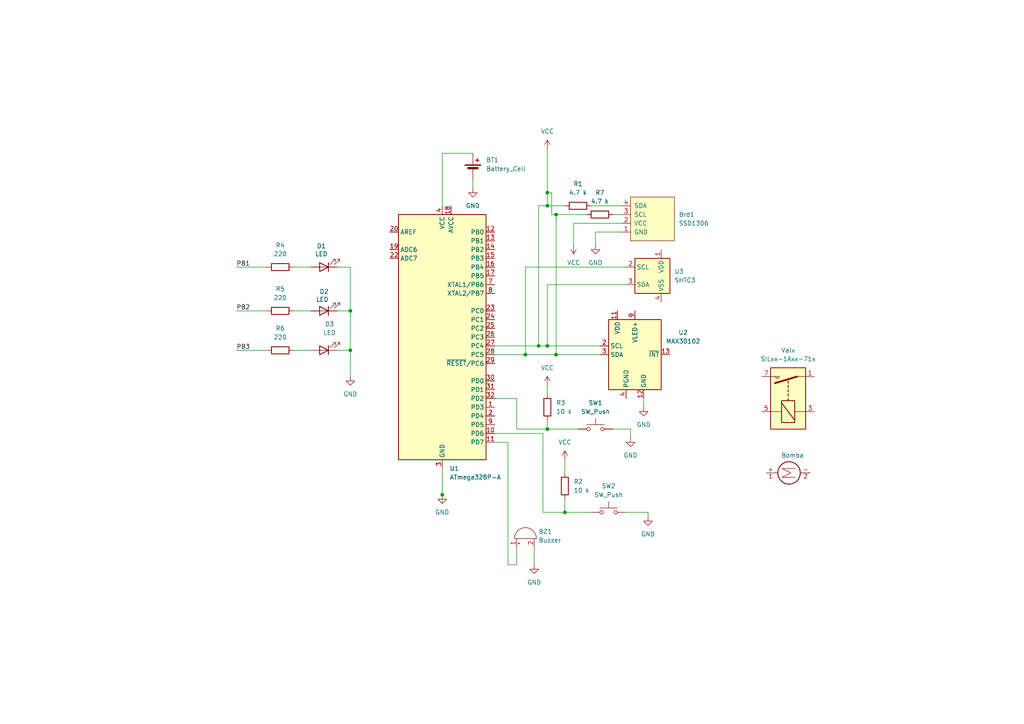
<source format=kicad_sch>
(kicad_sch (version 20250114) (generator "eeschema") (generator_version "9.0")
  (paper "A4")
  (title_block (title "Projeto Final U7") (date "2025-02-26"))
  (lib_symbols
    (symbol "Device:Battery_Cell" (pin_numbers (hide yes)) (pin_names (offset 0) (hide yes))
      (property "Reference" "BT" (at 2.54 2.54 0))
      (property "Value" "Battery_Cell" (at 2.54 0 0))
      (symbol "Battery_Cell_0_1"
        (rectangle (start -2.286 1.778) (end 2.286 1.524) (fill (type outline)))
        (rectangle (start -1.524 1.016) (end 1.524 0.508) (fill (type outline)))
        (polyline (pts (xy 0 1.778) (xy 0 2.54)))
        (polyline (pts (xy 0 0.762) (xy 0 0)))
        (polyline (pts (xy 0.762 3.048) (xy 1.778 3.048)) (stroke (width 0.254)))
        (polyline (pts (xy 1.27 3.556) (xy 1.27 2.54)) (stroke (width 0.254)))
      )
      (symbol "Battery_Cell_1_1"
        (pin passive line (at 0 5.08 270) (length 2.54) (name "+") (number "1"))
        (pin passive line (at 0 -2.54 90) (length 2.54) (name "-") (number "2"))
      )
    )
    (symbol "Device:Buzzer" (pin_names (offset 0.0254) (hide yes))
      (property "Reference" "BZ" (at 3.81 1.27 0))
      (property "Value" "Buzzer" (at 3.81 -1.27 0))
      (symbol "Buzzer_0_1"
        (polyline (pts (xy -1.651 1.905) (xy -1.143 1.905)))
        (polyline (pts (xy -1.397 2.159) (xy -1.397 1.651)))
        (arc (start 0 3.175) (mid 3.1612 0) (end 0 -3.175))
        (polyline (pts (xy 0 3.175) (xy 0 -3.175)))
      )
      (symbol "Buzzer_1_1"
        (pin passive line (at -2.54 2.54 0) (length 2.54) (name "+") (number "1"))
        (pin passive line (at -2.54 -2.54 0) (length 2.54) (name "-") (number "2"))
      )
    )
    (symbol "Device:LED" (pin_numbers (hide yes)) (pin_names (offset 1.016) (hide yes))
      (property "Reference" "D" (at 0 2.54 0))
      (property "Value" "LED" (at 0 -2.54 0))
      (symbol "LED_0_1"
        (polyline (pts (xy -3.048 -0.762) (xy -4.572 -2.286) (xy -3.81 -2.286) (xy -4.572 -2.286) (xy -4.572 -1.524)))
        (polyline (pts (xy -1.778 -0.762) (xy -3.302 -2.286) (xy -2.54 -2.286) (xy -3.302 -2.286) (xy -3.302 -1.524)))
        (polyline (pts (xy -1.27 0) (xy 1.27 0)))
        (polyline (pts (xy -1.27 -1.27) (xy -1.27 1.27)) (stroke (width 0.254)))
        (polyline (pts (xy 1.27 -1.27) (xy 1.27 1.27) (xy -1.27 0) (xy 1.27 -1.27)) (stroke (width 0.254)))
      )
      (symbol "LED_1_1"
        (pin passive line (at -3.81 0 0) (length 2.54) (name "K") (number "1"))
        (pin passive line (at 3.81 0 180) (length 2.54) (name "A") (number "2"))
      )
    )
    (symbol "Device:R" (pin_numbers (hide yes)) (pin_names (offset 0))
      (property "Reference" "R" (at 2.032 0 90))
      (property "Value" "R" (at 0 0 90))
      (symbol "R_0_1"
        (rectangle (start -1.016 -2.54) (end 1.016 2.54) (stroke (width 0.254)))
      )
      (symbol "R_1_1"
        (pin passive line (at 0 3.81 270) (length 1.27) (name "~") (number "1"))
        (pin passive line (at 0 -3.81 90) (length 1.27) (name "~") (number "2"))
      )
    )
    (symbol "MCU_Microchip_ATmega:ATmega328P-A"
      (property "Reference" "U" (at -12.7 36.83 0))
      (property "Value" "ATmega328P-A" (at 2.54 -36.83 0))
      (symbol "ATmega328P-A_0_1"
        (rectangle (start -12.7 -35.56) (end 12.7 35.56) (stroke (width 0.254)) (fill (type background)))
      )
      (symbol "ATmega328P-A_1_1"
        (pin passive line (at -15.24 30.48 0) (length 2.54) (name "AREF") (number "20"))
        (pin input line (at -15.24 25.4 0) (length 2.54) (name "ADC6") (number "19"))
        (pin input line (at -15.24 22.86 0) (length 2.54) (name "ADC7") (number "22"))
        (pin power_in line (at 0 38.1 270) (length 2.54) (name "VCC") (number "4"))
        (pin passive line (at 0 38.1 270) (length 2.54) (hide yes) (name "VCC") (number "6"))
        (pin passive line (at 0 -38.1 90) (length 2.54) (hide yes) (name "GND") (number "21"))
        (pin power_in line (at 0 -38.1 90) (length 2.54) (name "GND") (number "3"))
        (pin passive line (at 0 -38.1 90) (length 2.54) (hide yes) (name "GND") (number "5"))
        (pin power_in line (at 2.54 38.1 270) (length 2.54) (name "AVCC") (number "18"))
        (pin bidirectional line (at 15.24 30.48 180) (length 2.54) (name "PB0") (number "12"))
        (pin bidirectional line (at 15.24 27.94 180) (length 2.54) (name "PB1") (number "13"))
        (pin bidirectional line (at 15.24 25.4 180) (length 2.54) (name "PB2") (number "14"))
        (pin bidirectional line (at 15.24 22.86 180) (length 2.54) (name "PB3") (number "15"))
        (pin bidirectional line (at 15.24 20.32 180) (length 2.54) (name "PB4") (number "16"))
        (pin bidirectional line (at 15.24 17.78 180) (length 2.54) (name "PB5") (number "17"))
        (pin bidirectional line (at 15.24 15.24 180) (length 2.54) (name "XTAL1/PB6") (number "7"))
        (pin bidirectional line (at 15.24 12.7 180) (length 2.54) (name "XTAL2/PB7") (number "8"))
        (pin bidirectional line (at 15.24 7.62 180) (length 2.54) (name "PC0") (number "23"))
        (pin bidirectional line (at 15.24 5.08 180) (length 2.54) (name "PC1") (number "24"))
        (pin bidirectional line (at 15.24 2.54 180) (length 2.54) (name "PC2") (number "25"))
        (pin bidirectional line (at 15.24 0 180) (length 2.54) (name "PC3") (number "26"))
        (pin bidirectional line (at 15.24 -2.54 180) (length 2.54) (name "PC4") (number "27"))
        (pin bidirectional line (at 15.24 -5.08 180) (length 2.54) (name "PC5") (number "28"))
        (pin bidirectional line (at 15.24 -7.62 180) (length 2.54) (name "~{RESET}/PC6") (number "29"))
        (pin bidirectional line (at 15.24 -12.7 180) (length 2.54) (name "PD0") (number "30"))
        (pin bidirectional line (at 15.24 -15.24 180) (length 2.54) (name "PD1") (number "31"))
        (pin bidirectional line (at 15.24 -17.78 180) (length 2.54) (name "PD2") (number "32"))
        (pin bidirectional line (at 15.24 -20.32 180) (length 2.54) (name "PD3") (number "1"))
        (pin bidirectional line (at 15.24 -22.86 180) (length 2.54) (name "PD4") (number "2"))
        (pin bidirectional line (at 15.24 -25.4 180) (length 2.54) (name "PD5") (number "9"))
        (pin bidirectional line (at 15.24 -27.94 180) (length 2.54) (name "PD6") (number "10"))
        (pin bidirectional line (at 15.24 -30.48 180) (length 2.54) (name "PD7") (number "11"))
      )
    )
    (symbol "Motor:Motor_DC" (pin_names (offset 0))
      (property "Reference" "M" (at 2.54 2.54 0))
      (property "Value" "Motor_DC" (at 2.54 -5.08 0))
      (symbol "Motor_DC_0_0"
        (polyline (pts (xy -1.27 -3.302) (xy -1.27 0.508) (xy 0 -2.032) (xy 1.27 0.508) (xy 1.27 -3.302)))
      )
      (symbol "Motor_DC_0_1"
        (polyline (pts (xy 0 2.032) (xy 0 2.54)))
        (polyline (pts (xy 0 1.7272) (xy 0 2.0828)))
        (circle (center 0 -1.524) (radius 3.2512) (stroke (width 0.254)))
        (polyline (pts (xy 0 -4.7752) (xy 0 -5.1816)))
        (polyline (pts (xy 0 -7.62) (xy 0 -7.112)))
      )
      (symbol "Motor_DC_1_1"
        (pin passive line (at 0 5.08 270) (length 2.54) (name "+") (number "1"))
        (pin passive line (at 0 -7.62 90) (length 2.54) (name "-") (number "2"))
      )
    )
    (symbol "Relay:SILxx-1Axx-71x"
      (property "Reference" "K" (at 8.89 3.81 0))
      (property "Value" "SILxx-1Axx-71x" (at 8.89 1.27 0))
      (symbol "SILxx-1Axx-71x_0_0"
        (polyline (pts (xy 5.08 5.08) (xy 5.08 2.54) (xy 4.445 3.175) (xy 5.08 3.81)))
      )
      (symbol "SILxx-1Axx-71x_0_1"
        (rectangle (start -10.16 5.08) (end 7.62 -5.08) (stroke (width 0.254)) (fill (type background)))
        (rectangle (start -8.255 1.905) (end -1.905 -1.905) (stroke (width 0.254)))
        (polyline (pts (xy -7.62 -1.905) (xy -2.54 1.905)) (stroke (width 0.254)))
        (polyline (pts (xy -5.08 5.08) (xy -5.08 1.905)))
        (polyline (pts (xy -5.08 -5.08) (xy -5.08 -1.905)))
        (polyline (pts (xy -1.905 0) (xy -1.27 0)) (stroke (width 0.254)))
        (polyline (pts (xy -0.635 0) (xy 0 0)) (stroke (width 0.254)))
        (polyline (pts (xy 0.635 0) (xy 1.27 0)) (stroke (width 0.254)))
        (polyline (pts (xy 1.905 0) (xy 2.54 0)) (stroke (width 0.254)))
        (polyline (pts (xy 3.175 0) (xy 3.81 0)) (stroke (width 0.254)))
        (polyline (pts (xy 5.08 -2.54) (xy 3.175 3.81)) (stroke (width 0.508)))
        (polyline (pts (xy 5.08 -2.54) (xy 5.08 -5.08)))
      )
      (symbol "SILxx-1Axx-71x_1_1"
        (pin passive line (at -5.08 7.62 270) (length 2.54) (name "~") (number "5"))
        (pin passive line (at -5.08 -7.62 90) (length 2.54) (name "~") (number "3"))
        (pin passive line (at 5.08 7.62 270) (length 2.54) (name "~") (number "7"))
        (pin passive line (at 5.08 -7.62 90) (length 2.54) (name "~") (number "1"))
      )
    )
    (symbol "SSD1306-128x64_OLED:SSD1306" (pin_names (offset 1.016))
      (property "Reference" "Brd" (at 0 -3.81 0))
      (property "Value" "SSD1306" (at 0 -1.27 0))
      (symbol "SSD1306_0_1"
        (rectangle (start -6.35 6.35) (end 6.35 -6.35) (fill (type background)))
      )
      (symbol "SSD1306_1_1"
        (pin input line (at -3.81 8.89 270) (length 2.54) (name "GND") (number "1"))
        (pin input line (at -1.27 8.89 270) (length 2.54) (name "VCC") (number "2"))
        (pin input line (at 1.27 8.89 270) (length 2.54) (name "SCL") (number "3"))
        (pin input line (at 3.81 8.89 270) (length 2.54) (name "SDA") (number "4"))
      )
    )
    (symbol "Sensor:MAX30102"
      (property "Reference" "U" (at 7.62 15.24 0))
      (property "Value" "MAX30102" (at 7.62 12.7 0))
      (symbol "MAX30102_0_1"
        (rectangle (start -7.62 10.16) (end 7.62 -10.16) (stroke (width 0.254)) (fill (type background)))
      )
      (symbol "MAX30102_1_1"
        (pin input line (at -10.16 2.54 0) (length 2.54) (name "SCL") (number "2"))
        (pin bidirectional line (at -10.16 0 0) (length 2.54) (name "SDA") (number "3"))
        (pin no_connect line (at -7.62 5.08 0) (length 2.54) (hide yes) (name "NC") (number "1"))
        (pin no_connect line (at -7.62 -2.54 0) (length 2.54) (hide yes) (name "NC") (number "7"))
        (pin power_in line (at -5.08 12.7 270) (length 2.54) (name "VDD") (number "11"))
        (pin power_in line (at -2.54 -12.7 90) (length 2.54) (name "PGND") (number "4"))
        (pin passive line (at 0 12.7 270) (length 2.54) (hide yes) (name "VLED+") (number "10"))
        (pin power_in line (at 0 12.7 270) (length 2.54) (name "VLED+") (number "9"))
        (pin power_in line (at 2.54 -12.7 90) (length 2.54) (name "GND") (number "12"))
        (pin no_connect line (at 7.62 5.08 180) (length 2.54) (hide yes) (name "NC") (number "8"))
        (pin no_connect line (at 7.62 2.54 180) (length 2.54) (hide yes) (name "NC") (number "14"))
        (pin no_connect line (at 7.62 -5.08 180) (length 2.54) (hide yes) (name "NC") (number "6"))
        (pin no_connect line (at 7.62 -7.62 180) (length 2.54) (hide yes) (name "NC") (number "5"))
        (pin output line (at 10.16 0 180) (length 2.54) (name "~{INT}") (number "13"))
      )
    )
    (symbol "Sensor_Humidity:SHTC3"
      (property "Reference" "U" (at -3.81 6.35 0))
      (property "Value" "SHTC3" (at -2.54 -6.35 0))
      (symbol "SHTC3_1_1"
        (rectangle (start -5.08 5.08) (end 5.08 -5.08) (stroke (width 0.254)) (fill (type background)))
        (pin input line (at -7.62 2.54 0) (length 2.54) (name "SCL") (number "2"))
        (pin bidirectional line (at -7.62 -2.54 0) (length 2.54) (name "SDA") (number "3"))
        (pin power_in line (at 2.54 7.62 270) (length 2.54) (name "VDD") (number "1"))
        (pin power_in line (at 2.54 -7.62 90) (length 2.54) (name "VSS") (number "4"))
        (pin no_connect line (at 5.08 0 180) (length 2.54) (hide yes) (name "NC") (number "5"))
      )
    )
    (symbol "Switch:SW_Push" (pin_numbers (hide yes)) (pin_names (offset 1.016) (hide yes))
      (property "Reference" "SW" (at 1.27 2.54 0))
      (property "Value" "SW_Push" (at 0 -1.524 0))
      (symbol "SW_Push_0_1"
        (circle (center -2.032 0) (radius 0.508))
        (polyline (pts (xy 0 1.27) (xy 0 3.048)))
        (circle (center 2.032 0) (radius 0.508))
        (polyline (pts (xy 2.54 1.27) (xy -2.54 1.27)))
        (pin passive line (at -5.08 0 0) (length 2.54) (name "1") (number "1"))
        (pin passive line (at 5.08 0 180) (length 2.54) (name "2") (number "2"))
      )
    )
    (symbol "power:GND" (power) (pin_numbers (hide yes)) (pin_names (offset 0) (hide yes))
      (property "Value" "GND" (at 0 -3.81 0))
      (symbol "GND_0_1"
        (polyline (pts (xy 0 0) (xy 0 -1.27) (xy 1.27 -1.27) (xy 0 -2.54) (xy -1.27 -1.27) (xy 0 -1.27)))
      )
      (symbol "GND_1_1"
        (pin power_in line (at 0 0 270) (length 0) (name "~") (number "1"))
      )
    )
    (symbol "power:VCC" (power) (pin_numbers (hide yes)) (pin_names (offset 0) (hide yes))
      (property "Value" "VCC" (at 0 3.556 0))
      (symbol "VCC_0_1"
        (polyline (pts (xy -0.762 1.27) (xy 0 2.54)))
        (polyline (pts (xy 0 2.54) (xy 0.762 1.27)))
        (polyline (pts (xy 0 0) (xy 0 2.54)))
      )
      (symbol "VCC_1_1"
        (pin power_in line (at 0 0 90) (length 0) (name "~") (number "1"))
      )
    )
  )
  (junction (at 158.75 55.88))
  (junction (at 163.83 148.59))
  (junction (at 158.75 124.46))
  (junction (at 101.6 90.17))
  (junction (at 158.75 59.69))
  (junction (at 128.27 143.51))
  (junction (at 152.4 102.87))
  (junction (at 161.29 62.23))
  (junction (at 101.6 101.6))
  (junction (at 158.75 100.33))
  (junction (at 161.29 102.87))
  (junction (at 156.21 100.33))
  (wire (pts (xy 152.4 102.87) (xy 161.29 102.87)))
  (wire (pts (xy 177.8 62.23) (xy 180.34 62.23)))
  (wire (pts (xy 137.16 52.07) (xy 137.16 54.61)))
  (wire (pts (xy 128.27 143.51) (xy 128.27 146.05)))
  (wire (pts (xy 180.34 67.31) (xy 172.72 67.31)))
  (wire (pts (xy 97.79 90.17) (xy 101.6 90.17)))
  (wire (pts (xy 180.34 64.77) (xy 166.37 64.77)))
  (wire (pts (xy 147.32 163.83) (xy 149.86 163.83)))
  (wire (pts (xy 137.16 44.45) (xy 128.27 44.45)))
  (wire (pts (xy 149.86 115.57) (xy 143.51 115.57)))
  (wire (pts (xy 68.58 77.47) (xy 77.47 77.47)))
  (wire (pts (xy 97.79 77.47) (xy 101.6 77.47)))
  (wire (pts (xy 170.18 62.23) (xy 161.29 62.23)))
  (wire (pts (xy 128.27 44.45) (xy 128.27 59.69)))
  (wire (pts (xy 163.83 144.78) (xy 163.83 148.59)))
  (wire (pts (xy 161.29 102.87) (xy 173.99 102.87)))
  (wire (pts (xy 85.09 77.47) (xy 90.17 77.47)))
  (wire (pts (xy 156.21 59.69) (xy 156.21 100.33)))
  (wire (pts (xy 149.86 163.83) (xy 149.86 158.75)))
  (wire (pts (xy 143.51 128.27) (xy 147.32 128.27)))
  (wire (pts (xy 160.02 55.88) (xy 160.02 62.23)))
  (wire (pts (xy 158.75 124.46) (xy 149.86 124.46)))
  (wire (pts (xy 158.75 55.88) (xy 160.02 55.88)))
  (wire (pts (xy 163.83 133.35) (xy 163.83 137.16)))
  (wire (pts (xy 182.88 124.46) (xy 177.8 124.46)))
  (wire (pts (xy 154.94 158.75) (xy 154.94 163.83)))
  (wire (pts (xy 158.75 43.18) (xy 158.75 55.88)))
  (wire (pts (xy 181.61 82.55) (xy 158.75 82.55)))
  (wire (pts (xy 149.86 115.57) (xy 149.86 124.46)))
  (wire (pts (xy 158.75 55.88) (xy 158.75 59.69)))
  (wire (pts (xy 156.21 100.33) (xy 158.75 100.33)))
  (wire (pts (xy 167.64 124.46) (xy 158.75 124.46)))
  (wire (pts (xy 181.61 77.47) (xy 152.4 77.47)))
  (wire (pts (xy 68.58 90.17) (xy 77.47 90.17)))
  (wire (pts (xy 158.75 121.92) (xy 158.75 124.46)))
  (wire (pts (xy 187.96 148.59) (xy 187.96 149.86)))
  (wire (pts (xy 158.75 111.76) (xy 158.75 114.3)))
  (wire (pts (xy 158.75 82.55) (xy 158.75 100.33)))
  (wire (pts (xy 85.09 101.6) (xy 90.17 101.6)))
  (wire (pts (xy 166.37 64.77) (xy 166.37 71.12)))
  (wire (pts (xy 97.79 101.6) (xy 101.6 101.6)))
  (wire (pts (xy 171.45 59.69) (xy 180.34 59.69)))
  (wire (pts (xy 101.6 90.17) (xy 101.6 101.6)))
  (wire (pts (xy 143.51 102.87) (xy 152.4 102.87)))
  (wire (pts (xy 128.27 135.89) (xy 128.27 143.51)))
  (wire (pts (xy 182.88 127) (xy 182.88 124.46)))
  (wire (pts (xy 85.09 90.17) (xy 90.17 90.17)))
  (wire (pts (xy 171.45 148.59) (xy 163.83 148.59)))
  (wire (pts (xy 186.69 115.57) (xy 186.69 118.11)))
  (wire (pts (xy 157.48 148.59) (xy 163.83 148.59)))
  (wire (pts (xy 163.83 59.69) (xy 158.75 59.69)))
  (wire (pts (xy 101.6 77.47) (xy 101.6 90.17)))
  (wire (pts (xy 161.29 62.23) (xy 161.29 102.87)))
  (wire (pts (xy 181.61 148.59) (xy 187.96 148.59)))
  (wire (pts (xy 143.51 100.33) (xy 156.21 100.33)))
  (wire (pts (xy 157.48 125.73) (xy 157.48 148.59)))
  (wire (pts (xy 101.6 101.6) (xy 101.6 109.22)))
  (wire (pts (xy 160.02 62.23) (xy 161.29 62.23)))
  (wire (pts (xy 147.32 128.27) (xy 147.32 163.83)))
  (wire (pts (xy 172.72 67.31) (xy 172.72 71.12)))
  (wire (pts (xy 152.4 77.47) (xy 152.4 102.87)))
  (wire (pts (xy 68.58 101.6) (xy 77.47 101.6)))
  (wire (pts (xy 158.75 100.33) (xy 173.99 100.33)))
  (wire (pts (xy 158.75 59.69) (xy 156.21 59.69)))
  (wire (pts (xy 157.48 125.73) (xy 143.51 125.73)))
  (label "PB1" (at 68.58 77.47 0))
  (label "PB3" (at 68.58 101.6 0))
  (label "PB2" (at 68.58 90.17 0))
  (symbol (lib_id "Device:Battery_Cell") (at 137.16 49.53 0) (unit 1)
    (property "Reference" "BT1" (at 140.97 46.4184 0) (effects (justify left)))
    (property "Value" "Battery_Cell" (at 140.97 48.9584 0) (effects (justify left)))
    (property "Description" "Single-cell battery" (effects (hide yes)))
  )
  (symbol (lib_id "MCU_Microchip_ATmega:ATmega328P-A") (at 128.27 97.79 0) (unit 1)
    (property "Reference" "U1" (at 130.4133 135.89 0) (effects (justify left)))
    (property "Value" "ATmega328P-A" (at 130.4133 138.43 0) (effects (justify left)))
    (property "Footprint" "Package_QFP:TQFP-32_7x7mm_P0.8mm" (effects (hide yes)))
    (property "Datasheet" "http://ww1.microchip.com/downloads/en/DeviceDoc/ATmega328_P%20AVR%20MCU%20with%20picoPower%20Technology%20Data%20Sheet%2040001984A.pdf" (effects (hide yes)))
    (property "Description" "20MHz, 32kB Flash, 2kB SRAM, 1kB EEPROM, TQFP-32" (effects (hide yes)))
  )
  (symbol (lib_id "Device:LED") (at 93.98 77.47 180) (unit 1)
    (property "Reference" "D2" (at 93.98 84.582 0))
    (property "Value" "LED" (at 93.218 73.66 0))
    (property "Description" "Light emitting diode" (effects (hide yes)))
    (property "Sim.Pins" "1=K 2=A" (effects (hide yes)))
  )
  (symbol (lib_id "power:GND") (at 187.96 149.86 0) (unit 1)
    (property "Reference" "#PWR06" (effects (hide yes)))
    (property "Value" "GND" (at 187.96 154.94 0))
    (property "Description" "Power symbol creates a global label with name \"GND\" , ground" (effects (hide yes)))
  )
  (symbol (lib_id "power:GND") (at 128.27 143.51 0) (unit 1)
    (property "Reference" "#PWR011" (effects (hide yes)))
    (property "Value" "GND" (at 128.27 148.59 0))
    (property "Description" "Power symbol creates a global label with name \"GND\" , ground" (effects (hide yes)))
  )
  (symbol (lib_id "power:GND") (at 137.16 54.61 0) (unit 1)
    (property "Reference" "#PWR01" (effects (hide yes)))
    (property "Value" "GND" (at 137.16 59.69 0))
    (property "Description" "Power symbol creates a global label with name \"GND\" , ground" (effects (hide yes)))
  )
  (symbol (lib_id "power:VCC") (at 158.75 111.76 0) (unit 1)
    (property "Reference" "#PWR08" (effects (hide yes)))
    (property "Value" "VCC" (at 158.75 106.68 0))
    (property "Description" "Power symbol creates a global label with name \"VCC\"" (effects (hide yes)))
  )
  (symbol (lib_id "Device:R") (at 163.83 140.97 180) (unit 1)
    (property "Reference" "R2" (at 166.37 139.6999 0) (effects (justify right)))
    (property "Value" "10 k" (at 166.37 142.2399 0) (effects (justify right)))
    (property "Description" "Resistor" (effects (hide yes)))
  )
  (symbol (lib_id "Motor:Motor_DC") (at 227.33 137.16 90) (unit 1)
    (property "Reference" "M2" (effects (hide yes)))
    (property "Value" "Bomba" (at 229.87 132.08 90))
    (property "Description" "DC Motor" (effects (hide yes)))
  )
  (symbol (lib_id "power:GND") (at 182.88 127 0) (unit 1)
    (property "Reference" "#PWR07" (effects (hide yes)))
    (property "Value" "GND" (at 182.88 132.08 0))
    (property "Description" "Power symbol creates a global label with name \"GND\" , ground" (effects (hide yes)))
  )
  (symbol (lib_id "Device:LED") (at 93.98 90.17 180) (unit 1)
    (property "Reference" "D1" (at 93.218 71.374 0))
    (property "Value" "LED" (at 93.472 86.868 0))
    (property "Description" "Light emitting diode" (effects (hide yes)))
    (property "Sim.Pins" "1=K 2=A" (effects (hide yes)))
  )
  (symbol (lib_id "power:VCC") (at 166.37 71.12 180) (unit 1)
    (property "Reference" "#PWR013" (effects (hide yes)))
    (property "Value" "VCC" (at 166.37 76.2 0))
    (property "Description" "Power symbol creates a global label with name \"VCC\"" (effects (hide yes)))
  )
  (symbol (lib_id "Device:R") (at 173.99 62.23 90) (unit 1)
    (property "Reference" "R7" (at 173.99 55.88 90))
    (property "Value" "4.7 k" (at 173.99 58.42 90))
    (property "Description" "Resistor" (effects (hide yes)))
  )
  (symbol (lib_id "power:GND") (at 186.69 118.11 0) (unit 1)
    (property "Reference" "#PWR03" (effects (hide yes)))
    (property "Value" "GND" (at 186.69 123.19 0))
    (property "Description" "Power symbol creates a global label with name \"GND\" , ground" (effects (hide yes)))
  )
  (symbol (lib_id "Sensor:MAX30102") (at 184.15 102.87 0) (unit 1)
    (property "Reference" "U2" (at 198.12 96.4498 0))
    (property "Value" "MAX30102" (at 198.12 98.9898 0))
    (property "Footprint" "OptoDevice:Maxim_OLGA-14_3.3x5.6mm_P0.8mm" (effects (hide yes)))
    (property "Datasheet" "https://datasheets.maximintegrated.com/en/ds/MAX30102.pdf" (effects (hide yes)))
    (property "Description" "Heart Rate Sensor, 14-OLGA" (effects (hide yes)))
  )
  (symbol (lib_id "power:GND") (at 101.6 109.22 0) (unit 1)
    (property "Reference" "#PWR02" (effects (hide yes)))
    (property "Value" "GND" (at 101.6 114.3 0))
    (property "Description" "Power symbol creates a global label with name \"GND\" , ground" (effects (hide yes)))
  )
  (symbol (lib_id "power:VCC") (at 163.83 133.35 0) (unit 1)
    (property "Reference" "#PWR09" (effects (hide yes)))
    (property "Value" "VCC" (at 163.83 128.27 0))
    (property "Description" "Power symbol creates a global label with name \"VCC\"" (effects (hide yes)))
  )
  (symbol (lib_id "Sensor_Humidity:SHTC3") (at 189.23 80.01 0) (unit 1)
    (property "Reference" "U3" (at 195.58 78.7399 0) (effects (justify left)))
    (property "Value" "SHTC3" (at 195.58 81.2799 0) (effects (justify left)))
    (property "Footprint" "Sensor_Humidity:Sensirion_DFN-4-1EP_2x2mm_P1mm_EP0.7x1.6mm" (effects (hide yes)))
    (property "Datasheet" "https://www.sensirion.com/fileadmin/user_upload/customers/sensirion/Dokumente/0_Datasheets/Humidity/Sensirion_Humidity_Sensors_SHTC3_Datasheet.pdf" (effects (hide yes)))
    (property "Description" "Humidity and Temperature Sensor, ±2%RH, ±0.2°C, I2C, 1.62-3.6V, DFN-4" (effects (hide yes)))
  )
  (symbol (lib_id "power:GND") (at 154.94 163.83 0) (unit 1)
    (property "Reference" "#PWR012" (effects (hide yes)))
    (property "Value" "GND" (at 154.94 168.91 0))
    (property "Description" "Power symbol creates a global label with name \"GND\" , ground" (effects (hide yes)))
  )
  (symbol (lib_id "Device:R") (at 81.28 90.17 90) (unit 1)
    (property "Reference" "R5" (at 81.28 83.82 90))
    (property "Value" "220" (at 81.28 86.36 90))
    (property "Description" "Resistor" (effects (hide yes)))
  )
  (symbol (lib_id "Device:Buzzer") (at 152.4 156.21 90) (unit 1)
    (property "Reference" "BZ1" (at 156.21 154.1848 90) (effects (justify right)))
    (property "Value" "Buzzer" (at 156.21 156.7248 90) (effects (justify right)))
    (property "Description" "Buzzer, polarized" (effects (hide yes)))
  )
  (symbol (lib_id "Device:LED") (at 93.98 101.6 180) (unit 1)
    (property "Reference" "D3" (at 95.5675 93.98 0))
    (property "Value" "LED" (at 95.5675 96.52 0))
    (property "Description" "Light emitting diode" (effects (hide yes)))
    (property "Sim.Pins" "1=K 2=A" (effects (hide yes)))
  )
  (symbol (lib_id "Switch:SW_Push") (at 172.72 124.46 0) (unit 1)
    (property "Reference" "SW1" (at 172.72 116.84 0))
    (property "Value" "SW_Push" (at 172.72 119.38 0))
    (property "Description" "Push button switch, generic, two pins" (effects (hide yes)))
  )
  (symbol (lib_id "power:GND") (at 172.72 71.12 0) (unit 1)
    (property "Reference" "#PWR05" (effects (hide yes)))
    (property "Value" "GND" (at 172.72 76.2 0))
    (property "Description" "Power symbol creates a global label with name \"GND\" , ground" (effects (hide yes)))
  )
  (symbol (lib_id "Device:R") (at 167.64 59.69 90) (unit 1)
    (property "Reference" "R1" (at 167.64 53.34 90))
    (property "Value" "4.7 k" (at 167.64 55.88 90))
    (property "Description" "Resistor" (effects (hide yes)))
  )
  (symbol (lib_id "power:VCC") (at 158.75 43.18 0) (unit 1)
    (property "Reference" "#PWR010" (effects (hide yes)))
    (property "Value" "VCC" (at 158.75 38.1 0))
    (property "Description" "Power symbol creates a global label with name \"VCC\"" (effects (hide yes)))
  )
  (symbol (lib_id "SSD1306-128x64_OLED:SSD1306") (at 189.23 63.5 90) (unit 1)
    (property "Reference" "Brd1" (at 196.85 62.2299 90) (effects (justify right)))
    (property "Value" "SSD1306" (at 196.85 64.7699 90) (effects (justify right)))
    (property "Description" "SSD1306 OLED" (effects (hide yes)))
  )
  (symbol (lib_id "Switch:SW_Push") (at 176.53 148.59 0) (unit 1)
    (property "Reference" "SW2" (at 176.53 140.97 0))
    (property "Value" "SW_Push" (at 176.53 143.51 0))
    (property "Description" "Push button switch, generic, two pins" (effects (hide yes)))
  )
  (symbol (lib_id "Relay:SILxx-1Axx-71x") (at 228.6 114.3 90) (unit 1)
    (property "Reference" "Valv" (at 228.6 101.6 90))
    (property "Value" "SILxx-1Axx-71x" (at 228.6 104.14 90))
    (property "Footprint" "Relay_THT:Relay_SPST_StandexMeder_SIL_Form1A" (effects (hide yes)))
    (property "Datasheet" "https://standexelectronics.com/wp-content/uploads/datasheet_reed_relay_SIL.pdf" (effects (hide yes)))
    (property "Description" "Standex Meder SIL reed relay, SPST, Closing Contact" (effects (hide yes)))
  )
  (symbol (lib_id "Device:R") (at 81.28 101.6 90) (unit 1)
    (property "Reference" "R6" (at 81.28 95.25 90))
    (property "Value" "220" (at 81.28 97.79 90))
    (property "Description" "Resistor" (effects (hide yes)))
  )
  (symbol (lib_id "Device:R") (at 158.75 118.11 180) (unit 1)
    (property "Reference" "R3" (at 161.29 116.8399 0) (effects (justify right)))
    (property "Value" "10 k" (at 161.29 119.3799 0) (effects (justify right)))
    (property "Description" "Resistor" (effects (hide yes)))
  )
  (symbol (lib_id "Device:R") (at 81.28 77.47 90) (unit 1)
    (property "Reference" "R4" (at 81.28 71.12 90))
    (property "Value" "220" (at 81.28 73.66 90))
    (property "Description" "Resistor" (effects (hide yes)))
  )
)
</source>
